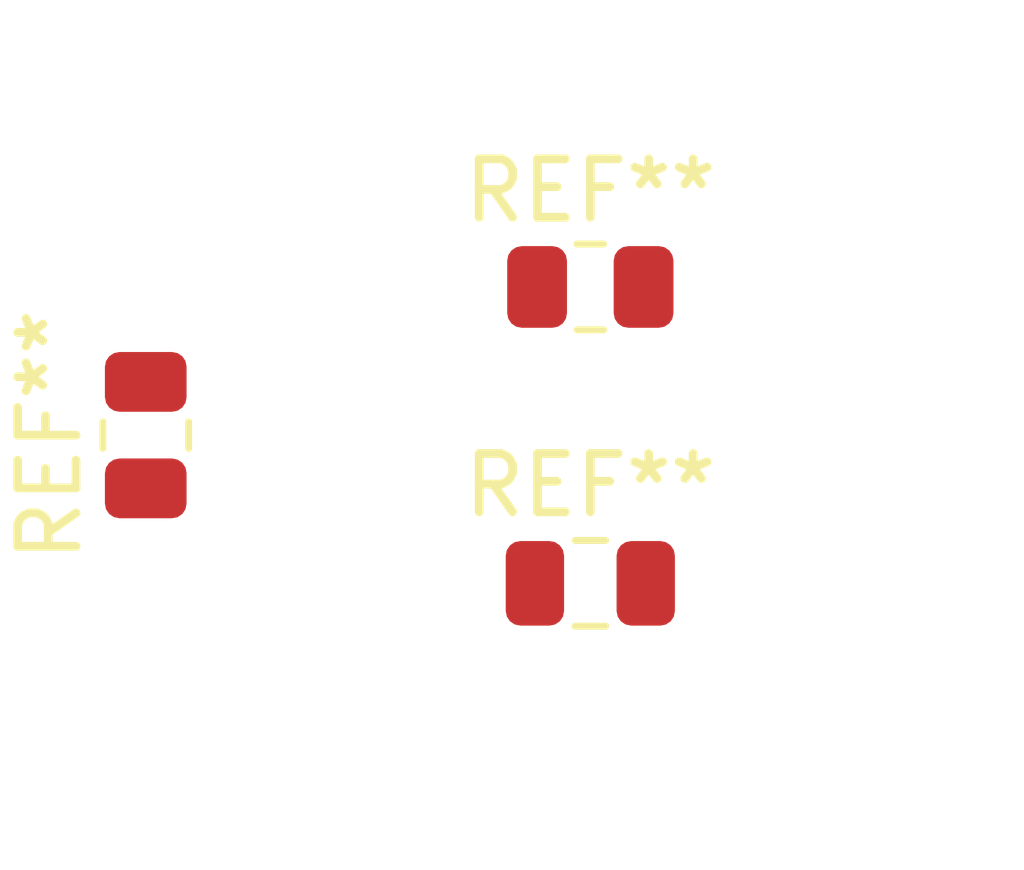
<source format=kicad_pcb>
(kicad_pcb (version 20211014) (generator pcbnew)
  (layers (0 "F.Cu" signal) (31 "B.Cu" signal) (34 "B.Paste" user) (35 "F.Paste" user) (36 "B.SilkS" user "B.Silkscreen") (37 "F.SilkS" user "F.Silkscreen") (38 "B.Mask" user) (39 "F.Mask" user) (44 "Edge.Cuts" user))
  (net 0 "")
  (footprint "Capacitor_SMD:C_0805_2012Metric" (layer "F.Cu") (at 81.28 53.34)
    (fp_text reference "REF**" (at 0 -1.68) (layer "F.SilkS"))
    (fp_text value "C_0805_2012Metric")
    (fp_line (start -0.261252 -0.735) (end 0.261252 -0.735) (layer "F.SilkS") (width 0.12))
    (fp_line (start -0.261252 0.735) (end 0.261252 0.735) (layer "F.SilkS") (width 0.12))
    (pad "1" smd roundrect (at -0.95 0) (size 1 1.45) (layers "F.Cu" "F.Paste" "F.Mask"))
    (pad "2" smd roundrect (at 0.95 0) (size 1 1.45) (layers "F.Cu" "F.Paste" "F.Mask"))
  )
  (footprint "Resistor_SMD:R_0805_2012Metric" (layer "F.Cu") (at 81.28 48.26)
    (fp_text reference "REF**" (at 0 -1.65) (layer "F.SilkS"))
    (fp_text value "R_0805_2012Metric")
    (fp_line (start -0.227064 -0.735) (end 0.227064 -0.735) (layer "F.SilkS") (width 0.12))
    (fp_line (start -0.227064 0.735) (end 0.227064 0.735) (layer "F.SilkS") (width 0.12))
    (pad "1" smd roundrect (at -0.9125 0) (size 1.025 1.4) (layers "F.Cu" "F.Paste" "F.Mask") (roundrect_rratio 0.243902))
    (pad "2" smd roundrect (at 0.9125 0) (size 1.025 1.4) (layers "F.Cu" "F.Paste" "F.Mask") (roundrect_rratio 0.243902))
  )
  (footprint "Resistor_SMD:R_0805_2012Metric" (layer "F.Cu") (at 73.66 50.8 90)
    (fp_text reference "REF**" (at 0 -1.65 90) (layer "F.SilkS"))
    (fp_text value "R_0805_2012Metric")
    (fp_line (start -0.227064 0.735) (end 0.227064 0.735) (layer "F.SilkS") (width 0.12))
    (fp_line (start -0.227064 -0.735) (end 0.227064 -0.735) (layer "F.SilkS") (width 0.12))
    (pad "1" smd roundrect (at -0.9125 0 90) (size 1.025 1.4) (layers "F.Cu" "F.Paste" "F.Mask") (roundrect_rratio 0.243902))
    (pad "2" smd roundrect (at 0.9125 0 90) (size 1.025 1.4) (layers "F.Cu" "F.Paste" "F.Mask") (roundrect_rratio 0.243902))
  )
)
</source>
